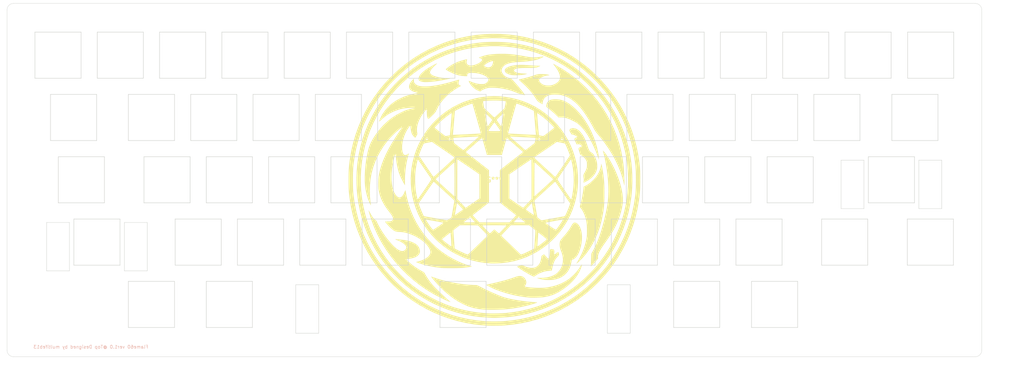
<source format=kicad_pcb>
(kicad_pcb (version 20211014) (generator pcbnew)
  (layers (0 "F.Cu" signal) (31 "B.Cu" signal) (34 "B.Paste" user) (35 "F.Paste" user) (36 "B.SilkS" user "B.Silkscreen") (37 "F.SilkS" user "F.Silkscreen") (38 "B.Mask" user) (39 "F.Mask" user) (44 "Edge.Cuts" user))
  (net 0 "")
  (footprint "kbd_SW_Hole:SW_Hole_1u" (layer "F.Cu") (at 345.28125 130.96875)
    (fp_text reference "SW52" hide)
    (fp_text value "SW_Fn" hide)
    (fp_line (start -7.05 -7.05) (end 7.05 -7.05) (layer "Edge.Cuts") (width 0.15))
    (fp_line (start 7.05 -7.05) (end 7.05 7.05) (layer "Edge.Cuts") (width 0.15))
    (fp_line (start 7.05 7.05) (end -7.05 7.05) (layer "Edge.Cuts") (width 0.15))
    (fp_line (start -7.05 7.05) (end -7.05 -7.05) (layer "Edge.Cuts") (width 0.15))
  )
  (footprint "kbd_SW_Hole:SW_Hole_1.5u" (layer "F.Cu") (at 83.34375 92.86875)
    (fp_text reference "SW2" hide)
    (fp_text value "SW_Tab" hide)
    (fp_line (start -7.05 7.05) (end -7.05 -7.05) (layer "Edge.Cuts") (width 0.15))
    (fp_line (start 7.05 7.05) (end -7.05 7.05) (layer "Edge.Cuts") (width 0.15))
    (fp_line (start 7.05 -7.05) (end 7.05 7.05) (layer "Edge.Cuts") (width 0.15))
    (fp_line (start -7.05 -7.05) (end 7.05 -7.05) (layer "Edge.Cuts") (width 0.15))
  )
  (footprint "kbd_SW_Hole:SW_Hole_1u" (layer "F.Cu") (at 154.78125 73.81875)
    (fp_text reference "SW17" hide)
    (fp_text value "SW_4" hide)
    (fp_line (start -7.05 -7.05) (end 7.05 -7.05) (layer "Edge.Cuts") (width 0.15))
    (fp_line (start 7.05 -7.05) (end 7.05 7.05) (layer "Edge.Cuts") (width 0.15))
    (fp_line (start 7.05 7.05) (end -7.05 7.05) (layer "Edge.Cuts") (width 0.15))
    (fp_line (start -7.05 7.05) (end -7.05 -7.05) (layer "Edge.Cuts") (width 0.15))
  )
  (footprint "Silk_Wizard_logos:silk_wizard_logo_90x90" (layer "F.Cu") (at 212.00116 111.91875)
    (fp_text reference "G***" (at 0 0) (layer "F.SilkS") (effects (font (size 1.524 1.524) (thickness 0.3))))
    (fp_text value "LOGO" hide)
  )
  (footprint "kbd_SW_Hole:SW_Hole_1.75u" (layer "F.Cu") (at 85.725 111.91875)
    (fp_text reference "SW3" hide)
    (fp_text value "SW_Control" hide)
    (fp_line (start -7.05 7.05) (end -7.05 -7.05) (layer "Edge.Cuts") (width 0.15))
    (fp_line (start 7.05 -7.05) (end 7.05 7.05) (layer "Edge.Cuts") (width 0.15))
    (fp_line (start 7.05 7.05) (end -7.05 7.05) (layer "Edge.Cuts") (width 0.15))
    (fp_line (start -7.05 -7.05) (end 7.05 -7.05) (layer "Edge.Cuts") (width 0.15))
  )
  (footprint "kbd_Hole:m2_Screw_Hole" (layer "F.Cu") (at 358 61)
    (fp_text reference "H3")
    (fp_text value "MountingHole")
    (pad "" np_thru_hole circle locked (at 0 0) (size 2.2 2.2) (drill 2.2) (layers *.Cu *.Mask))
  )
  (footprint "kbd_SW_Hole:SW_Hole_1u" (layer "F.Cu") (at 111.91875 111.91875)
    (fp_text reference "SW7" hide)
    (fp_text value "SW_A" hide)
    (fp_line (start 7.05 7.05) (end -7.05 7.05) (layer "Edge.Cuts") (width 0.15))
    (fp_line (start -7.05 7.05) (end -7.05 -7.05) (layer "Edge.Cuts") (width 0.15))
    (fp_line (start 7.05 -7.05) (end 7.05 7.05) (layer "Edge.Cuts") (width 0.15))
    (fp_line (start -7.05 -7.05) (end 7.05 -7.05) (layer "Edge.Cuts") (width 0.15))
  )
  (footprint "kbd_SW_Hole:SW_Hole_1u" (layer "F.Cu") (at 250.03125 73.81875)
    (fp_text reference "SW37" hide)
    (fp_text value "SW_9" hide)
    (fp_line (start -7.05 -7.05) (end 7.05 -7.05) (layer "Edge.Cuts") (width 0.15))
    (fp_line (start 7.05 7.05) (end -7.05 7.05) (layer "Edge.Cuts") (width 0.15))
    (fp_line (start 7.05 -7.05) (end 7.05 7.05) (layer "Edge.Cuts") (width 0.15))
    (fp_line (start -7.05 7.05) (end -7.05 -7.05) (layer "Edge.Cuts") (width 0.15))
  )
  (footprint "kbd_SW_Hole:SW_Hole_2.25u" (layer "F.Cu") (at 333.375 111.91875)
    (fp_text reference "SW51" hide)
    (fp_text value "SW_Return" hide)
    (fp_line (start -15.4 8.8) (end -15.4 -6) (layer "Edge.Cuts") (width 0.12))
    (fp_line (start 8.4 -6) (end 8.4 8.8) (layer "Edge.Cuts") (width 0.12))
    (fp_line (start -15.4 -6) (end -8.4 -6) (layer "Edge.Cuts") (width 0.12))
    (fp_line (start 7.05 7.05) (end -7.05 7.05) (layer "Edge.Cuts") (width 0.15))
    (fp_line (start -8.4 8.8) (end -15.4 8.8) (layer "Edge.Cuts") (width 0.12))
    (fp_line (start -7.05 7.05) (end -7.05 -7.05) (layer "Edge.Cuts") (width 0.15))
    (fp_line (start 15.4 8.8) (end 15.4 -6) (layer "Edge.Cuts") (width 0.12))
    (fp_line (start -7.05 -7.05) (end 7.05 -7.05) (layer "Edge.Cuts") (width 0.15))
    (fp_line (start 8.4 8.8) (end 15.4 8.8) (layer "Edge.Cuts") (width 0.12))
    (fp_line (start 15.4 -6) (end 8.4 -6) (layer "Edge.Cuts") (width 0.12))
    (fp_line (start -8.4 -6) (end -8.4 8.8) (layer "Edge.Cuts") (width 0.12))
    (fp_line (start 7.05 -7.05) (end 7.05 7.05) (layer "Edge.Cuts") (width 0.15))
  )
  (footprint "kbd_SW_Hole:SW_Hole_1u" (layer "F.Cu") (at 297.65625 92.86875)
    (fp_text reference "SW46" hide)
    (fp_text value "SW_[" hide)
    (fp_line (start -7.05 -7.05) (end 7.05 -7.05) (layer "Edge.Cuts") (width 0.15))
    (fp_line (start 7.05 -7.05) (end 7.05 7.05) (layer "Edge.Cuts") (width 0.15))
    (fp_line (start -7.05 7.05) (end -7.05 -7.05) (layer "Edge.Cuts") (width 0.15))
    (fp_line (start 7.05 7.05) (end -7.05 7.05) (layer "Edge.Cuts") (width 0.15))
  )
  (footprint "kbd_SW_Hole:SW_Hole_1u" (layer "F.Cu") (at 121.44375 130.96875)
    (fp_text reference "SW8" hide)
    (fp_text value "SW_Z" hide)
    (fp_line (start -7.05 7.05) (end -7.05 -7.05) (layer "Edge.Cuts") (width 0.15))
    (fp_line (start 7.05 7.05) (end -7.05 7.05) (layer "Edge.Cuts") (width 0.15))
    (fp_line (start 7.05 -7.05) (end 7.05 7.05) (layer "Edge.Cuts") (width 0.15))
    (fp_line (start -7.05 -7.05) (end 7.05 -7.05) (layer "Edge.Cuts") (width 0.15))
  )
  (footprint "kbd_SW_Hole:SW_Hole_1u" (layer "F.Cu") (at 130.96875 111.91875)
    (fp_text reference "SW11" hide)
    (fp_text value "SW_S" hide)
    (fp_line (start -7.05 7.05) (end -7.05 -7.05) (layer "Edge.Cuts") (width 0.15))
    (fp_line (start 7.05 -7.05) (end 7.05 7.05) (layer "Edge.Cuts") (width 0.15))
    (fp_line (start -7.05 -7.05) (end 7.05 -7.05) (layer "Edge.Cuts") (width 0.15))
    (fp_line (start 7.05 7.05) (end -7.05 7.05) (layer "Edge.Cuts") (width 0.15))
  )
  (footprint "kbd_SW_Hole:SW_Hole_1u" (layer "F.Cu") (at 273.84375 130.96875)
    (fp_text reference "SW40" hide)
    (fp_text value "SW_>" hide)
    (fp_line (start 7.05 7.05) (end -7.05 7.05) (layer "Edge.Cuts") (width 0.15))
    (fp_line (start -7.05 -7.05) (end 7.05 -7.05) (layer "Edge.Cuts") (width 0.15))
    (fp_line (start -7.05 7.05) (end -7.05 -7.05) (layer "Edge.Cuts") (width 0.15))
    (fp_line (start 7.05 -7.05) (end 7.05 7.05) (layer "Edge.Cuts") (width 0.15))
  )
  (footprint "kbd_SW_Hole:SW_Hole_1u" (layer "F.Cu") (at 140.49375 130.96875)
    (fp_text reference "SW12" hide)
    (fp_text value "SW_X" hide)
    (fp_line (start -7.05 7.05) (end -7.05 -7.05) (layer "Edge.Cuts") (width 0.15))
    (fp_line (start 7.05 -7.05) (end 7.05 7.05) (layer "Edge.Cuts") (width 0.15))
    (fp_line (start -7.05 -7.05) (end 7.05 -7.05) (layer "Edge.Cuts") (width 0.15))
    (fp_line (start 7.05 7.05) (end -7.05 7.05) (layer "Edge.Cuts") (width 0.15))
  )
  (footprint "kbd_SW_Hole:SW_Hole_1u" (layer "F.Cu") (at 235.74375 130.96875)
    (fp_text reference "SW32" hide)
    (fp_text value "SW_M" hide)
    (fp_line (start -7.05 7.05) (end -7.05 -7.05) (layer "Edge.Cuts") (width 0.15))
    (fp_line (start 7.05 7.05) (end -7.05 7.05) (layer "Edge.Cuts") (width 0.15))
    (fp_line (start -7.05 -7.05) (end 7.05 -7.05) (layer "Edge.Cuts") (width 0.15))
    (fp_line (start 7.05 -7.05) (end 7.05 7.05) (layer "Edge.Cuts") (width 0.15))
  )
  (footprint "kbd_Hole:m2_Screw_Hole" (layer "F.Cu") (at 66 61)
    (fp_text reference "H1")
    (fp_text value "MountingHole")
    (pad "" np_thru_hole circle locked (at 0 0) (size 2.2 2.2) (drill 2.2) (layers *.Cu *.Mask))
  )
  (footprint "kbd_SW_Hole:SW_Hole_1u" (layer "F.Cu") (at 97.63125 73.81875)
    (fp_text reference "SW5" hide)
    (fp_text value "SW_1" hide)
    (fp_line (start -7.05 7.05) (end -7.05 -7.05) (layer "Edge.Cuts") (width 0.15))
    (fp_line (start 7.05 -7.05) (end 7.05 7.05) (layer "Edge.Cuts") (width 0.15))
    (fp_line (start 7.05 7.05) (end -7.05 7.05) (layer "Edge.Cuts") (width 0.15))
    (fp_line (start -7.05 -7.05) (end 7.05 -7.05) (layer "Edge.Cuts") (width 0.15))
  )
  (footprint "kbd_SW_Hole:SW_Hole_1u" (layer "F.Cu") (at 283.36875 111.91875)
    (fp_text reference "SW43" hide)
    (fp_text value "SW_;" hide)
    (fp_line (start 7.05 -7.05) (end 7.05 7.05) (layer "Edge.Cuts") (width 0.15))
    (fp_line (start -7.05 7.05) (end -7.05 -7.05) (layer "Edge.Cuts") (width 0.15))
    (fp_line (start -7.05 -7.05) (end 7.05 -7.05) (layer "Edge.Cuts") (width 0.15))
    (fp_line (start 7.05 7.05) (end -7.05 7.05) (layer "Edge.Cuts") (width 0.15))
  )
  (footprint "kbd_SW_Hole:SW_Hole_1u" (layer "F.Cu") (at 78.58125 73.81875)
    (fp_text reference "SW1" hide)
    (fp_text value "SW_Esc" hide)
    (fp_line (start 7.05 -7.05) (end 7.05 7.05) (layer "Edge.Cuts") (width 0.15))
    (fp_line (start -7.05 7.05) (end -7.05 -7.05) (layer "Edge.Cuts") (width 0.15))
    (fp_line (start -7.05 -7.05) (end 7.05 -7.05) (layer "Edge.Cuts") (width 0.15))
    (fp_line (start 7.05 7.05) (end -7.05 7.05) (layer "Edge.Cuts") (width 0.15))
  )
  (footprint "kbd_SW_Hole:SW_Hole_1u" (layer "F.Cu") (at 164.30625 92.86875)
    (fp_text reference "SW18" hide)
    (fp_text value "SW_R" hide)
    (fp_line (start -7.05 7.05) (end -7.05 -7.05) (layer "Edge.Cuts") (width 0.15))
    (fp_line (start 7.05 -7.05) (end 7.05 7.05) (layer "Edge.Cuts") (width 0.15))
    (fp_line (start -7.05 -7.05) (end 7.05 -7.05) (layer "Edge.Cuts") (width 0.15))
    (fp_line (start 7.05 7.05) (end -7.05 7.05) (layer "Edge.Cuts") (width 0.15))
  )
  (footprint "kbd_SW_Hole:SW_Hole_1u" (layer "F.Cu") (at 211.93125 73.81875)
    (fp_text reference "SW29" hide)
    (fp_text value "SW_7" hide)
    (fp_line (start 7.05 -7.05) (end 7.05 7.05) (layer "Edge.Cuts") (width 0.15))
    (fp_line (start -7.05 -7.05) (end 7.05 -7.05) (layer "Edge.Cuts") (width 0.15))
    (fp_line (start -7.05 7.05) (end -7.05 -7.05) (layer "Edge.Cuts") (width 0.15))
    (fp_line (start 7.05 7.05) (end -7.05 7.05) (layer "Edge.Cuts") (width 0.15))
  )
  (footprint "kbd_SW_Hole:SW_Hole_1u" (layer "F.Cu") (at 221.45625 92.86875)
    (fp_text reference "SW30" hide)
    (fp_text value "SW_U" hide)
    (fp_line (start 7.05 -7.05) (end 7.05 7.05) (layer "Edge.Cuts") (width 0.15))
    (fp_line (start -7.05 -7.05) (end 7.05 -7.05) (layer "Edge.Cuts") (width 0.15))
    (fp_line (start -7.05 7.05) (end -7.05 -7.05) (layer "Edge.Cuts") (width 0.15))
    (fp_line (start 7.05 7.05) (end -7.05 7.05) (layer "Edge.Cuts") (width 0.15))
  )
  (footprint "kbd_SW_Hole:SW_Hole_1.5u" (layer "F.Cu") (at 130.96875 150.01875)
    (fp_text reference "SW54" hide)
    (fp_text value "SW_◇(L)" hide)
    (fp_line (start 7.05 7.05) (end -7.05 7.05) (layer "Edge.Cuts") (width 0.15))
    (fp_line (start 7.05 -7.05) (end 7.05 7.05) (layer "Edge.Cuts") (width 0.15))
    (fp_line (start -7.05 7.05) (end -7.05 -7.05) (layer "Edge.Cuts") (width 0.15))
    (fp_line (start -7.05 -7.05) (end 7.05 -7.05) (layer "Edge.Cuts") (width 0.15))
  )
  (footprint "kbd_SW_Hole:SW_Hole_2.25u" (layer "F.Cu") (at 90.4875 130.96875)
    (fp_text reference "SW4" hide)
    (fp_text value "SW_Shift(L)" hide)
    (fp_line (start -8.4 -6) (end -8.4 8.8) (layer "Edge.Cuts") (width 0.12))
    (fp_line (start 8.4 -6) (end 8.4 8.8) (layer "Edge.Cuts") (width 0.12))
    (fp_line (start 15.4 -6) (end 8.4 -6) (layer "Edge.Cuts") (width 0.12))
    (fp_line (start 15.4 8.8) (end 15.4 -6) (layer "Edge.Cuts") (width 0.12))
    (fp_line (start -15.4 -6) (end -8.4 -6) (layer "Edge.Cuts") (width 0.12))
    (fp_line (start -15.4 8.8) (end -15.4 -6) (layer "Edge.Cuts") (width 0.12))
    (fp_line (start -7.05 -7.05) (end 7.05 -7.05) (layer "Edge.Cuts") (width 0.15))
    (fp_line (start 7.05 -7.05) (end 7.05 7.05) (layer "Edge.Cuts") (width 0.15))
    (fp_line (start 7.05 7.05) (end -7.05 7.05) (layer "Edge.Cuts") (width 0.15))
    (fp_line (start 8.4 8.8) (end 15.4 8.8) (layer "Edge.Cuts") (width 0.12))
    (fp_line (start -8.4 8.8) (end -15.4 8.8) (layer "Edge.Cuts") (width 0.12))
    (fp_line (start -7.05 7.05) (end -7.05 -7.05) (layer "Edge.Cuts") (width 0.15))
  )
  (footprint "kbd_SW_Hole:SW_Hole_1u" (layer "F.Cu") (at 288.13125 73.81875)
    (fp_text reference "SW45" hide)
    (fp_text value "SW_-" hide)
    (fp_line (start 7.05 7.05) (end -7.05 7.05) (layer "Edge.Cuts") (width 0.15))
    (fp_line (start -7.05 -7.05) (end 7.05 -7.05) (layer "Edge.Cuts") (width 0.15))
    (fp_line (start -7.05 7.05) (end -7.05 -7.05) (layer "Edge.Cuts") (width 0.15))
    (fp_line (start 7.05 -7.05) (end 7.05 7.05) (layer "Edge.Cuts") (width 0.15))
  )
  (footprint "kbd_Hole:m2_Screw_Hole" (layer "F.Cu") (at 358 163)
    (fp_text reference "H4")
    (fp_text value "MountingHole")
    (pad "" np_thru_hole circle locked (at 0 0) (size 2.2 2.2) (drill 2.2) (layers *.Cu *.Mask))
  )
  (footprint "kbd_SW_Hole:SW_Hole_6u" (layer "F.Cu") (at 202.40625 150.01875)
    (fp_text reference "SW57" hide)
    (fp_text value "SW_Space" hide)
    (fp_line (start 51.12875 -6) (end 44.12875 -6) (layer "Edge.Cuts") (width 0.12))
    (fp_line (start -7.05 -7.05) (end 7.05 -7.05) (layer "Edge.Cuts") (width 0.15))
    (fp_line (start 44.12875 -6) (end 44.12875 8.8) (layer "Edge.Cuts") (width 0.12))
    (fp_line (start -44.12875 8.8) (end -51.12875 8.8) (layer "Edge.Cuts") (width 0.12))
    (fp_line (start -7.05 7.05) (end -7.05 -7.05) (layer "Edge.Cuts") (width 0.15))
    (fp_line (start 51.12875 8.8) (end 51.12875 -6) (layer "Edge.Cuts") (width 0.12))
    (fp_line (start 7.05 7.05) (end -7.05 7.05) (layer "Edge.Cuts") (width 0.15))
    (fp_line (start -51.12875 -6) (end -44.12875 -6) (layer "Edge.Cuts") (width 0.12))
    (fp_line (start 44.12875 8.8) (end 51.12875 8.8) (layer "Edge.Cuts") (width 0.12))
    (fp_line (start 7.05 -7.05) (end 7.05 7.05) (layer "Edge.Cuts") (width 0.15))
    (fp_line (start -51.12875 8.8) (end -51.12875 -6) (layer "Edge.Cuts") (width 0.12))
    (fp_line (start -44.12875 -6) (end -44.12875 8.8) (layer "Edge.Cuts") (width 0.12))
  )
  (footprint "kbd_SW_Hole:SW_Hole_1u" (layer "F.Cu") (at 188.11875 111.91875)
    (fp_text reference "SW23" hide)
    (fp_text value "SW_G" hide)
    (fp_line (start 7.05 7.05) (end -7.05 7.05) (layer "Edge.Cuts") (width 0.15))
    (fp_line (start 7.05 -7.05) (end 7.05 7.05) (layer "Edge.Cuts") (width 0.15))
    (fp_line (start -7.05 7.05) (end -7.05 -7.05) (layer "Edge.Cuts") (width 0.15))
    (fp_line (start -7.05 -7.05) (end 7.05 -7.05) (layer "Edge.Cuts") (width 0.15))
  )
  (footprint "kbd_SW_Hole:SW_Hole_1u" (layer "F.Cu") (at 326.23125 73.81875)
    (fp_text reference "SW53" hide)
    (fp_text value "SW_\\" hide)
    (fp_line (start 7.05 -7.05) (end 7.05 7.05) (layer "Edge.Cuts") (width 0.15))
    (fp_line (start 7.05 7.05) (end -7.05 7.05) (layer "Edge.Cuts") (width 0.15))
    (fp_line (start -7.05 -7.05) (end 7.05 -7.05) (layer "Edge.Cuts") (width 0.15))
    (fp_line (start -7.05 7.05) (end -7.05 -7.05) (layer "Edge.Cuts") (width 0.15))
  )
  (footprint "kbd_SW_Hole:SW_Hole_1u" (layer "F.Cu") (at 126.20625 92.86875)
    (fp_text reference "SW10" hide)
    (fp_text value "SW_W" hide)
    (fp_line (start -7.05 7.05) (end -7.05 -7.05) (layer "Edge.Cuts") (width 0.15))
    (fp_line (start -7.05 -7.05) (end 7.05 -7.05) (layer "Edge.Cuts") (width 0.15))
    (fp_line (start 7.05 -7.05) (end 7.05 7.05) (layer "Edge.Cuts") (width 0.15))
    (fp_line (start 7.05 7.05) (end -7.05 7.05) (layer "Edge.Cuts") (width 0.15))
  )
  (footprint "kbd_SW_Hole:SW_Hole_1u" (layer "F.Cu") (at 183.35625 92.86875)
    (fp_text reference "SW22" hide)
    (fp_text value "SW_T" hide)
    (fp_line (start -7.05 -7.05) (end 7.05 -7.05) (layer "Edge.Cuts") (width 0.15))
    (fp_line (start 7.05 7.05) (end -7.05 7.05) (layer "Edge.Cuts") (width 0.15))
    (fp_line (start 7.05 -7.05) (end 7.05 7.05) (layer "Edge.Cuts") (width 0.15))
    (fp_line (start -7.05 7.05) (end -7.05 -7.05) (layer "Edge.Cuts") (width 0.15))
  )
  (footprint "kbd_SW_Hole:SW_Hole_1u" (layer "F.Cu") (at 169.06875 111.91875)
    (fp_text reference "SW19" hide)
    (fp_text value "SW_F" hide)
    (fp_line (start -7.05 7.05) (end -7.05 -7.05) (layer "Edge.Cuts") (width 0.15))
    (fp_line (start -7.05 -7.05) (end 7.05 -7.05) (layer "Edge.Cuts") (width 0.15))
    (fp_line (start 7.05 7.05) (end -7.05 7.05) (layer "Edge.Cuts") (width 0.15))
    (fp_line (start 7.05 -7.05) (end 7.05 7.05) (layer "Edge.Cuts") (width 0.15))
  )
  (footprint "kbd_SW_Hole:SW_Hole_1u" (layer "F.Cu") (at 269.08125 73.81875)
    (fp_text reference "SW41" hide)
    (fp_text value "SW_0" hide)
    (fp_line (start -7.05 7.05) (end -7.05 -7.05) (layer "Edge.Cuts") (width 0.15))
    (fp_line (start 7.05 7.05) (end -7.05 7.05) (layer "Edge.Cuts") (width 0.15))
    (fp_line (start 7.05 -7.05) (end 7.05 7.05) (layer "Edge.Cuts") (width 0.15))
    (fp_line (start -7.05 -7.05) (end 7.05 -7.05) (layer "Edge.Cuts") (width 0.15))
  )
  (footprint "kbd_SW_Hole:SW_Hole_1u" (layer "F.Cu") (at 135.73125 73.81875)
    (fp_text reference "SW13" hide)
    (fp_text value "SW_3" hide)
    (fp_line (start 7.05 7.05) (end -7.05 7.05) (layer "Edge.Cuts") (width 0.15))
    (fp_line (start -7.05 -7.05) (end 7.05 -7.05) (layer "Edge.Cuts") (width 0.15))
    (fp_line (start 7.05 -7.05) (end 7.05 7.05) (layer "Edge.Cuts") (width 0.15))
    (fp_line (start -7.05 7.05) (end -7.05 -7.05) (layer "Edge.Cuts") (width 0.15))
  )
  (footprint "kbd_SW_Hole:SW_Hole_1u" (layer "F.Cu") (at 226.21875 111.91875)
    (fp_text reference "SW31" hide)
    (fp_text value "SW_J" hide)
    (fp_line (start -7.05 7.05) (end -7.05 -7.05) (layer "Edge.Cuts") (width 0.15))
    (fp_line (start 7.05 -7.05) (end 7.05 7.05) (layer "Edge.Cuts") (width 0.15))
    (fp_line (start -7.05 -7.05) (end 7.05 -7.05) (layer "Edge.Cuts") (width 0.15))
    (fp_line (start 7.05 7.05) (end -7.05 7.05) (layer "Edge.Cuts") (width 0.15))
  )
  (footprint "kbd_SW_Hole:SW_Hole_1u" (layer "F.Cu") (at 150.01875 111.91875)
    (fp_text reference "SW15" hide)
    (fp_text value "SW_D" hide)
    (fp_line (start 7.05 -7.05) (end 7.05 7.05) (layer "Edge.Cuts") (width 0.15))
    (fp_line (start 7.05 7.05) (end -7.05 7.05) (layer "Edge.Cuts") (width 0.15))
    (fp_line (start -7.05 7.05) (end -7.05 -7.05) (layer "Edge.Cuts") (width 0.15))
    (fp_line (start -7.05 -7.05) (end 7.05 -7.05) (layer "Edge.Cuts") (width 0.15))
  )
  (footprint "kbd_SW_Hole:SW_Hole_1u" (layer "F.Cu") (at 216.69375 130.96875)
    (fp_text reference "SW28" hide)
    (fp_text value "SW_N" hide)
    (fp_line (start 7.05 7.05) (end -7.05 7.05) (layer "Edge.Cuts") (width 0.15))
    (fp_line (start -7.05 7.05) (end -7.05 -7.05) (layer "Edge.Cuts") (width 0.15))
    (fp_line (start -7.05 -7.05) (end 7.05 -7.05) (layer "Edge.Cuts") (width 0.15))
    (fp_line (start 7.05 -7.05) (end 7.05 7.05) (layer "Edge.Cuts") (width 0.15))
  )
  (footprint "kbd_SW_Hole:SW_Hole_1u" (layer "F.Cu") (at 116.68125 73.81875)
    (fp_text reference "SW9" hide)
    (fp_text value "SW_2" hide)
    (fp_line (start -7.05 7.05) (end -7.05 -7.05) (layer "Edge.Cuts") (width 0.15))
    (fp_line (start 7.05 7.05) (end -7.05 7.05) (layer "Edge.Cuts") (width 0.15))
    (fp_line (start 7.05 -7.05) (end 7.05 7.05) (layer "Edge.Cuts") (width 0.15))
    (fp_line (start -7.05 -7.05) (end 7.05 -7.05) (layer "Edge.Cuts") (width 0.15))
  )
  (footprint "kbd_SW_Hole:SW_Hole_1.5u" (layer "F.Cu") (at 340.5545 92.86875)
    (fp_text reference "SW56" hide)
    (fp_text value "SW_Delete" hide)
    (fp_line (start -7.05 7.05) (end -7.05 -7.05) (layer "Edge.Cuts") (width 0.15))
    (fp_line (start 7.05 -7.05) (end 7.05 7.05) (layer "Edge.Cuts") (width 0.15))
    (fp_line (start -7.05 -7.05) (end 7.05 -7.05) (layer "Edge.Cuts") (width 0.15))
    (fp_line (start 7.05 7.05) (end -7.05 7.05) (layer "Edge.Cuts") (width 0.15))
  )
  (footprint "kbd_SW_Hole:SW_Hole_1u" (layer "F.Cu") (at 245.26875 111.91875)
    (fp_text reference "SW35" hide)
    (fp_text value "SW_K" hide)
    (fp_line (start 7.05 -7.05) (end 7.05 7.05) (layer "Edge.Cuts") (width 0.15))
    (fp_line (start 7.05 7.05) (end -7.05 7.05) (layer "Edge.Cuts") (width 0.15))
    (fp_line (start -7.05 -7.05) (end 7.05 -7.05) (layer "Edge.Cuts") (width 0.15))
    (fp_line (start -7.05 7.05) (end -7.05 -7.05) (layer "Edge.Cuts") (width 0.15))
  )
  (footprint "kbd_SW_Hole:SW_Hole_1u" (layer "F.Cu") (at 173.83125 73.81875)
    (fp_text reference "SW21" hide)
    (fp_text value "SW_5" hide)
    (fp_line (start 7.05 -7.05) (end 7.05 7.05) (layer "Edge.Cuts") (width 0.15))
    (fp_line (start -7.05 -7.05) (end 7.05 -7.05) (layer "Edge.Cuts") (width 0.15))
    (fp_line (start 7.05 7.05) (end -7.05 7.05) (layer "Edge.Cuts") (width 0.15))
    (fp_line (start -7.05 7.05) (end -7.05 -7.05) (layer "Edge.Cuts") (width 0.15))
  )
  (footprint "kbd_SW_Hole:SW_Hole_1.5u" (layer "F.Cu") (at 273.84375 150.01875)
    (fp_text reference "SW55" hide)
    (fp_text value "SW_◇(R)" hide)
    (fp_line (start -7.05 7.05) (end -7.05 -7.05) (layer "Edge.Cuts") (width 0.15))
    (fp_line (start -7.05 -7.05) (end 7.05 -7.05) (layer "Edge.Cuts") (width 0.15))
    (fp_line (start 7.05 7.05) (end -7.05 7.05) (layer "Edge.Cuts") (width 0.15))
    (fp_line (start 7.05 -7.05) (end 7.05 7.05) (layer "Edge.Cuts") (width 0.15))
  )
  (footprint "kbd_SW_Hole:SW_Hole_1u" (layer "F.Cu") (at 254.79375 130.96875)
    (fp_text reference "SW36" hide)
    (fp_text value "SW_<" hide)
    (fp_line (start -7.05 -7.05) (end 7.05 -7.05) (layer "Edge.Cuts") (width 0.15))
    (fp_line (start 7.05 -7.05) (end 7.05 7.05) (layer "Edge.Cuts") (width 0.15))
    (fp_line (start 7.05 7.05) (end -7.05 7.05) (layer "Edge.Cuts") (width 0.15))
    (fp_line (start -7.05 7.05) (end -7.05 -7.05) (layer "Edge.Cuts") (width 0.15))
  )
  (footprint "kbd_SW_Hole:SW_Hole_1u" (layer "F.Cu") (at 192.88125 73.81875)
    (fp_text reference "SW25" hide)
    (fp_text value "SW_6" hide)
    (fp_line (start 7.05 7.05) (end -7.05 7.05) (layer "Edge.Cuts") (width 0.15))
    (fp_line (start -7.05 7.05) (end -7.05 -7.05) (layer "Edge.Cuts") (width 0.15))
    (fp_line (start -7.05 -7.05) (end 7.05 -7.05) (layer "Edge.Cuts") (width 0.15))
    (fp_line (start 7.05 -7.05) (end 7.05 7.05) (layer "Edge.Cuts") (width 0.15))
  )
  (footprint "kbd_SW_Hole:SW_Hole_1u" (layer "F.Cu") (at 207.16875 111.91875)
    (fp_text reference "SW27" hide)
    (fp_text value "SW_H" hide)
    (fp_line (start 7.05 7.05) (end -7.05 7.05) (layer "Edge.Cuts") (width 0.15))
    (fp_line (start -7.05 -7.05) (end 7.05 -7.05) (layer "Edge.Cuts") (width 0.15))
    (fp_line (start -7.05 7.05) (end -7.05 -7.05) (layer "Edge.Cuts") (width 0.15))
    (fp_line (start 7.05 -7.05) (end 7.05 7.05) (layer "Edge.Cuts") (width 0.15))
  )
  (footprint "kbd_SW_Hole:SW_Hole_1u" (layer "F.Cu") (at 159.54375 130.96875)
    (fp_text reference "SW16" hide)
    (fp_text value "SW_C" hide)
    (fp_line (start 7.05 -7.05) (end 7.05 7.05) (layer "Edge.Cuts") (width 0.15))
    (fp_line (start -7.05 -7.05) (end 7.05 -7.05) (layer "Edge.Cuts") (width 0.15))
    (fp_line (start -7.05 7.05) (end -7.05 -7.05) (layer "Edge.Cuts") (width 0.15))
    (fp_line (start 7.05 7.05) (end -7.05 7.05) (layer "Edge.Cuts") (width 0.15))
  )
  (footprint "kbd_SW_Hole:SW_Hole_1u" (layer "F.Cu") (at 197.64375 130.96875)
    (fp_text reference "SW24" hide)
    (fp_text value "SW_B" hide)
    (fp_line (start 7.05 7.05) (end -7.05 7.05) (layer "Edge.Cuts") (width 0.15))
    (fp_line (start 7.05 -7.05) (end 7.05 7.05) (layer "Edge.Cuts") (width 0.15))
    (fp_line (start -7.05 7.05) (end -7.05 -7.05) (layer "Edge.Cuts") (width 0.15))
    (fp_line (start -7.05 -7.05) (end 7.05 -7.05) (layer "Edge.Cuts") (width 0.15))
  )
  (footprint "kbd_SW_Hole:SW_Hole_1u" (layer "F.Cu") (at 316.70625 92.86875)
    (fp_text reference "SW50" hide)
    (fp_text value "SW_]" hide)
    (fp_line (start 7.05 7.05) (end -7.05 7.05) (layer "Edge.Cuts") (width 0.15))
    (fp_line (start -7.05 -7.05) (end 7.05 -7.05) (layer "Edge.Cuts") (width 0.15))
    (fp_line (start 7.05 -7.05) (end 7.05 7.05) (layer "Edge.Cuts") (width 0.15))
    (fp_line (start -7.05 7.05) (end -7.05 -7.05) (layer "Edge.Cuts") (width 0.15))
  )
  (footprint "kbd_SW_Hole:SW_Hole_1u" (layer "F.Cu") (at 302.41875 111.91875)
    (fp_text reference "SW47" hide)
    (fp_text value "SW_'" hide)
    (fp_line (start -7.05 7.05) (end -7.05 -7.05) (layer "Edge.Cuts") (width 0.15))
    (fp_line (start 7.05 -7.05) (end 7.05 7.05) (layer "Edge.Cuts") (width 0.15))
    (fp_line (start 7.05 7.05) (end -7.05 7.05) (layer "Edge.Cuts") (width 0.15))
    (fp_line (start -7.05 -7.05) (end 7.05 -7.05) (layer "Edge.Cuts") (width 0.15))
  )
  (footprint "kbd_Hole:m2_Screw_Hole" (layer "F.Cu") (at 66 163)
    (fp_text reference "H2")
    (fp_text value "MountingHole")
    (pad "" np_thru_hole circle locked (at 0 0) (size 2.2 2.2) (drill 2.2) (layers *.Cu *.Mask))
  )
  (footprint "kbd_SW_Hole:SW_Hole_1u" (layer "F.Cu") (at 307.18125 73.81875)
    (fp_text reference "SW49" hide)
    (fp_text value "SW_=" hide)
    (fp_line (start 7.05 -7.05) (end 7.05 7.05) (layer "Edge.Cuts") (width 0.15))
    (fp_line (start 7.05 7.05) (end -7.05 7.05) (layer "Edge.Cuts") (width 0.15))
    (fp_line (start -7.05 7.05) (end -7.05 -7.05) (layer "Edge.Cuts") (width 0.15))
    (fp_line (start -7.05 -7.05) (end 7.05 -7.05) (layer "Edge.Cuts") (width 0.15))
  )
  (footprint "kbd_SW_Hole:SW_Hole_1u" (layer "F.Cu") (at 292.89375 130.96875)
    (fp_text reference "SW44" hide)
    (fp_text value "SW_/" hide)
    (fp_line (start -7.05 7.05) (end -7.05 -7.05) (layer "Edge.Cuts") (width 0.15))
    (fp_line (start 7.05 7.05) (end -7.05 7.05) (layer "Edge.Cuts") (width 0.15))
    (fp_line (start 7.05 -7.05) (end 7.05 7.05) (layer "Edge.Cuts") (width 0.15))
    (fp_line (start -7.05 -7.05) (end 7.05 -7.05) (layer "Edge.Cuts") (width 0.15))
  )
  (footprint "kbd_SW_Hole:SW_Hole_1u" (layer "F.Cu") (at 145.25625 92.86875)
    (fp_text reference "SW14" hide)
    (fp_text value "SW_E" hide)
    (fp_line (start 7.05 7.05) (end -7.05 7.05) (layer "Edge.Cuts") (width 0.15))
    (fp_line (start 7.05 -7.05) (end 7.05 7.05) (layer "Edge.Cuts") (width 0.15))
    (fp_line (start -7.05 7.05) (end -7.05 -7.05) (layer "Edge.Cuts") (width 0.15))
    (fp_line (start -7.05 -7.05) (end 7.05 -7.05) (layer "Edge.Cuts") (width 0.15))
  )
  (footprint "kbd_SW_Hole:SW_Hole_1u" (layer "F.Cu") (at 178.59375 130.96875)
    (fp_text reference "SW20" hide)
    (fp_text value "SW_V" hide)
    (fp_line (start 7.05 7.05) (end -7.05 7.05) (layer "Edge.Cuts") (width 0.15))
    (fp_line (start -7.05 -7.05) (end 7.05 -7.05) (layer "Edge.Cuts") (width 0.15))
    (fp_line (start 7.05 -7.05) (end 7.05 7.05) (layer "Edge.Cuts") (width 0.15))
    (fp_line (start -7.05 7.05) (end -7.05 -7.05) (layer "Edge.Cuts") (width 0.15))
  )
  (footprint "kbd_SW_Hole:SW_Hole_1u" (layer "F.Cu") (at 240.50625 92.86875)
    (fp_text reference "SW34" hide)
    (fp_text value "SW_I" hide)
    (fp_line (start 7.05 -7.05) (end 7.05 7.05) (layer "Edge.Cuts") (width 0.15))
    (fp_line (start -7.05 -7.05) (end 7.05 -7.05) (layer "Edge.Cuts") (width 0.15))
    (fp_line (start -7.05 7.05) (end -7.05 -7.05) (layer "Edge.Cuts") (width 0.15))
    (fp_line (start 7.05 7.05) (end -7.05 7.05) (layer "Edge.Cuts") (width 0.15))
  )
  (footprint "kbd_SW_Hole:SW_Hole_1u" (layer "F.Cu") (at 107.15625 150.01875)
    (fp_text reference "SW59" hide)
    (fp_text value "SW_Alt(L)" hide)
    (fp_line (start 7.05 7.05) (end -7.05 7.05) (layer "Edge.Cuts") (width 0.15))
    (fp_line (start 7.05 -7.05) (end 7.05 7.05) (layer "Edge.Cuts") (width 0.15))
    (fp_line (start -7.05 -7.05) (end 7.05 -7.05) (layer "Edge.Cuts") (width 0.15))
    (fp_line (start -7.05 7.05) (end -7.05 -7.05) (layer "Edge.Cuts") (width 0.15))
  )
  (footprint "kbd_SW_Hole:SW_Hole_1u" (layer "F.Cu") (at 202.40625 92.86875)
    (fp_text reference "SW26" hide)
    (fp_text value "SW_Y" hide)
    (fp_line (start 7.05 7.05) (end -7.05 7.05) (layer "Edge.Cuts") (width 0.15))
    (fp_line (start -7.05 7.05) (end -7.05 -7.05) (layer "Edge.Cuts") (width 0.15))
    (fp_line (start -7.05 -7.05) (end 7.05 -7.05) (layer "Edge.Cuts") (width 0.15))
    (fp_line (start 7.05 -7.05) (end 7.05 7.05) (layer "Edge.Cuts") (width 0.15))
  )
  (footprint "kbd_SW_Hole:SW_Hole_1u" (layer "F.Cu") (at 230.98125 73.81875)
    (fp_text reference "SW33" hide)
    (fp_text value "SW_8" hide)
    (fp_line (start -7.05 -7.05) (end 7.05 -7.05) (layer "Edge.Cuts") (width 0.15))
    (fp_line (start -7.05 7.05) (end -7.05 -7.05) (layer "Edge.Cuts") (width 0.15))
    (fp_line (start 7.05 7.05) (end -7.05 7.05) (layer "Edge.Cuts") (width 0.15))
    (fp_line (start 7.05 -7.05) (end 7.05 7.05) (layer "Edge.Cuts") (width 0.15))
  )
  (footprint "kbd_SW_Hole:SW_Hole_1.75u" (layer "F.Cu") (at 319.0875 130.96875)
    (fp_text reference "SW48" hide)
    (fp_text value "SW_Shift(R)" hide)
    (fp_line (start -7.05 7.05) (end -7.05 -7.05) (layer "Edge.Cuts") (width 0.15))
    (fp_line (start 7.05 -7.05) (end 7.05 7.05) (layer "Edge.Cuts") (width 0.15))
    (fp_line (start -7.05 -7.05) (end 7.05 -7.05) (layer "Edge.Cuts") (width 0.15))
    (fp_line (start 7.05 7.05) (end -7.05 7.05) (layer "Edge.Cuts") (width 0.15))
  )
  (footprint "kbd_SW_Hole:SW_Hole_1u" (layer "F.Cu") (at 278.60625 92.86875)
    (fp_text reference "SW42" hide)
    (fp_text value "SW_P" hide)
    (fp_line (start 7.05 -7.05) (end 7.05 7.05) (layer "Edge.Cuts") (width 0.15))
    (fp_line (start 7.05 7.05) (end -7.05 7.05) (layer "Edge.Cuts") (width 0.15))
    (fp_line (start -7.05 7.05) (end -7.05 -7.05) (layer "Edge.Cuts") (width 0.15))
    (fp_line (start -7.05 -7.05) (end 7.05 -7.05) (layer "Edge.Cuts") (width 0.15))
  )
  (footprint "kbd_SW_Hole:SW_Hole_1u" (layer "F.Cu") (at 259.55625 92.86875)
    (fp_text reference "SW38" hide)
    (fp_text value "SW_O" hide)
    (fp_line (start 7.05 -7.05) (end 7.05 7.05) (layer "Edge.Cuts") (width 0.15))
    (fp_line (start 7.05 7.05) (end -7.05 7.05) (layer "Edge.Cuts") (width 0.15))
    (fp_line (start -7.05 7.05) (end -7.05 -7.05) (layer "Edge.Cuts") (width 0.15))
    (fp_line (start -7.05 -7.05) (end 7.05 -7.05) (layer "Edge.Cuts") (width 0.15))
  )
  (footprint "kbd_SW_Hole:SW_Hole_1u" (layer "F.Cu") (at 264.31875 111.91875)
    (fp_text reference "SW39" hide)
    (fp_text value "SW_L" hide)
    (fp_line (start -7.05 -7.05) (end 7.05 -7.05) (layer "Edge.Cuts") (width 0.15))
    (fp_line (start 7.05 -7.05) (end 7.05 7.05) (layer "Edge.Cuts") (width 0.15))
    (fp_line (start 7.05 7.05) (end -7.05 7.05) (layer "Edge.Cuts") (width 0.15))
    (fp_line (start -7.05 7.05) (end -7.05 -7.05) (layer "Edge.Cuts") (width 0.15))
  )
  (footprint "kbd_SW_Hole:SW_Hole_1u" (layer "F.Cu") (at 107.15625 92.86875)
    (fp_text reference "SW6" hide)
    (fp_text value "SW_Q" hide)
    (fp_line (start -7.05 7.05) (end -7.05 -7.05) (layer "Edge.Cuts") (width 0.15))
    (fp_line (start 7.05 7.05) (end -7.05 7.05) (layer "Edge.Cuts") (width 0.15))
    (fp_line (start -7.05 -7.05) (end 7.05 -7.05) (layer "Edge.Cuts") (width 0.15))
    (fp_line (start 7.05 -7.05) (end 7.05 7.05) (layer "Edge.Cuts") (width 0.15))
  )
  (footprint "kbd_SW_Hole:SW_Hole_1u" (layer "F.Cu") (at 297.65625 150.01875)
    (fp_text reference "SW60" hide)
    (fp_text value "SW_Alt(R)" hide)
    (fp_line (start -7.05 7.05) (end -7.05 -7.05) (layer "Edge.Cuts") (width 0.15))
    (fp_line (start 7.05 7.05) (end -7.05 7.05) (layer "Edge.Cuts") (width 0.15))
    (fp_line (start 7.05 -7.05) (end 7.05 7.05) (layer "Edge.Cuts") (width 0.15))
    (fp_line (start -7.05 -7.05) (end 7.05 -7.05) (layer "Edge.Cuts") (width 0.15))
  )
  (footprint "kbd_SW_Hole:SW_Hole_1u" (layer "F.Cu") (at 345.3765 73.81875)
    (fp_text reference "SW58" hide)
    (fp_text value "SW_`" hide)
    (fp_line (start 7.05 -7.05) (end 7.05 7.05) (layer "Edge.Cuts") (width 0.15))
    (fp_line (start 7.05 7.05) (end -7.05 7.05) (layer "Edge.Cuts") (width 0.15))
    (fp_line (start -7.05 -7.05) (end 7.05 -7.05) (layer "Edge.Cuts") (width 0.15))
    (fp_line (start -7.05 7.05) (end -7.05 -7.05) (layer "Edge.Cuts") (width 0.15))
  )
  (gr_arc (start 359 58) (mid 360.414214 58.585786) (end 361 60) (layer "Edge.Cuts") (width 0.1))
  (gr_arc (start 361 164) (mid 360.414214 165.414214) (end 359 166) (layer "Edge.Cuts") (width 0.1))
  (gr_line (start 361 164) (end 361 60) (layer "Edge.Cuts") (width 0.1))
  (gr_arc (start 63 60) (mid 63.585786 58.585786) (end 65 58) (layer "Edge.Cuts") (width 0.1))
  (gr_line (start 63 60) (end 63 164) (layer "Edge.Cuts") (width 0.1))
  (gr_line (start 65 166) (end 359 166) (layer "Edge.Cuts") (width 0.1))
  (gr_line (start 359 58) (end 65 58) (layer "Edge.Cuts") (width 0.1))
  (gr_arc (start 65 166) (mid 63.585786 165.414214) (end 63 164) (layer "Edge.Cuts") (width 0.1))
  (gr_text "Flame60 ver1.0 @Top Designed by multifeb13" (at 71 163) (layer "B.SilkS") (effects (font (size 1 1) (thickness 0.125)) (justify right mirror)))
)
</source>
